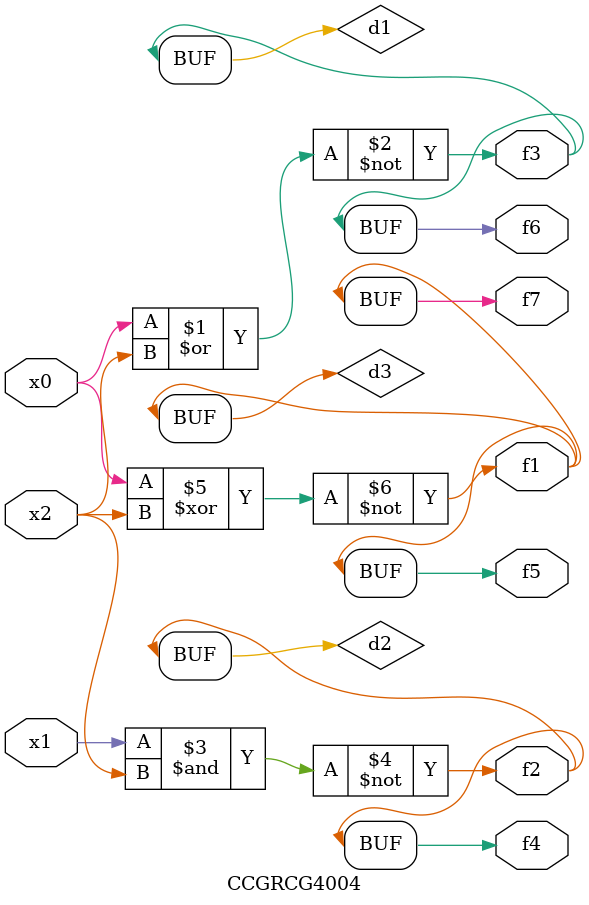
<source format=v>
module CCGRCG4004(
	input x0, x1, x2,
	output f1, f2, f3, f4, f5, f6, f7
);

	wire d1, d2, d3;

	nor (d1, x0, x2);
	nand (d2, x1, x2);
	xnor (d3, x0, x2);
	assign f1 = d3;
	assign f2 = d2;
	assign f3 = d1;
	assign f4 = d2;
	assign f5 = d3;
	assign f6 = d1;
	assign f7 = d3;
endmodule

</source>
